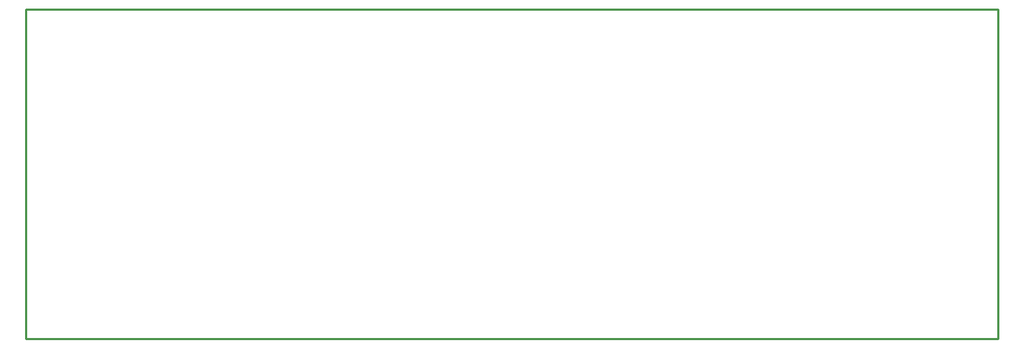
<source format=gm1>
G04*
G04 #@! TF.GenerationSoftware,Altium Limited,Altium Designer,21.5.1 (32)*
G04*
G04 Layer_Color=16711935*
%FSLAX25Y25*%
%MOIN*%
G70*
G04*
G04 #@! TF.SameCoordinates,6B47F07E-1737-4CAB-AE6A-8125E67B32FB*
G04*
G04*
G04 #@! TF.FilePolarity,Positive*
G04*
G01*
G75*
%ADD11C,0.01000*%
D11*
Y153543D01*
X452756Y0D02*
Y153543D01*
X0Y0D02*
X452756D01*
X0Y153543D02*
X452756D01*
M02*

</source>
